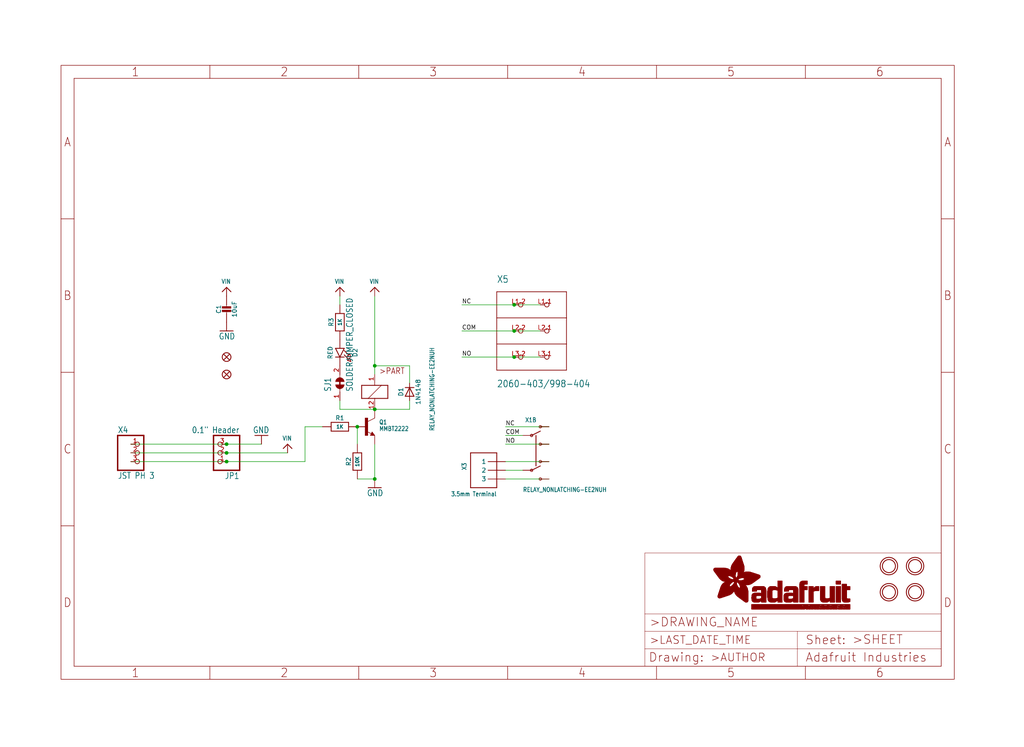
<source format=kicad_sch>
(kicad_sch (version 20211123) (generator eeschema)
  (paper "User" 298.45 217.881)
  (lib_symbols
    (symbol "schematicEagle-eagle-import:2060-403{slash}998-404"
      (property "Reference" "X" (at -10.16 13.97 0))
      (property "Value" "2060-403{slash}998-404" (at -10.16 -16.51 0))
      (symbol "2060-403{slash}998-404_1_0"
        (pin bidirectional inverted (at 2.54 7.62 0) (length 2.54) (name "P1.1") (number "L1.1"))
        (pin bidirectional inverted (at -5.08 7.62 0) (length 2.54) (name "P1.2") (number "L1.2"))
        (pin bidirectional inverted (at 2.54 0 0) (length 2.54) (name "P2.1") (number "L2.1"))
        (pin bidirectional inverted (at -5.08 0 0) (length 2.54) (name "P2.2") (number "L2.2"))
        (pin bidirectional inverted (at 2.54 -7.62 0) (length 2.54) (name "P3.1") (number "L3.1"))
        (pin bidirectional inverted (at -5.08 -7.62 0) (length 2.54) (name "P3.2") (number "L3.2"))
      )
    )
    (symbol "schematicEagle-eagle-import:CAP_CERAMIC0805-NOOUTLINE"
      (property "Reference" "C" (at -2.29 1.25 90))
      (property "Value" "CAP_CERAMIC0805-NOOUTLINE" (at 2.3 1.25 90))
      (symbol "CAP_CERAMIC0805-NOOUTLINE_1_0"
        (pin passive line (at 0 5.08 270) (length 2.54) (name "1") (number "1"))
        (pin passive line (at 0 -2.54 90) (length 2.54) (name "2") (number "2"))
      )
    )
    (symbol "schematicEagle-eagle-import:CON_JST_PH_3PIN"
      (property "Reference" "X" (at -6.35 5.715 0))
      (property "Value" "CON_JST_PH_3PIN" (at -6.35 -7.62 0))
      (symbol "CON_JST_PH_3PIN_1_0"
        (pin passive inverted (at -2.54 2.54 0) (length 2.54) (name "1") (number "1"))
        (pin passive inverted (at -2.54 0 0) (length 2.54) (name "2") (number "2"))
        (pin passive inverted (at -2.54 -2.54 0) (length 2.54) (name "3") (number "3"))
      )
    )
    (symbol "schematicEagle-eagle-import:DIODESOD-323"
      (property "Reference" "D" (at 0 2.54 0))
      (property "Value" "DIODESOD-323" (at 0 -2.5 0))
      (symbol "DIODESOD-323_1_0"
        (pin passive line (at -2.54 0 0) (length 2.54) (name "A") (number "A"))
        (pin passive line (at 2.54 0 180) (length 2.54) (name "C") (number "C"))
      )
    )
    (symbol "schematicEagle-eagle-import:FIDUCIAL_1MM")
    (symbol "schematicEagle-eagle-import:FRAME_A4_ADAFRUIT"
      (symbol "FRAME_A4_ADAFRUIT_0_0"
        (text "1" (at 21.6958 1.905 0) (effects (font (size 2.54 2.286))))
        (text "1" (at 21.6958 177.165 0) (effects (font (size 2.54 2.286))))
        (text "2" (at 65.0875 1.905 0) (effects (font (size 2.54 2.286))))
        (text "2" (at 65.0875 177.165 0) (effects (font (size 2.54 2.286))))
        (text "3" (at 108.4792 1.905 0) (effects (font (size 2.54 2.286))))
        (text "3" (at 108.4792 177.165 0) (effects (font (size 2.54 2.286))))
        (text "4" (at 151.8708 1.905 0) (effects (font (size 2.54 2.286))))
        (text "4" (at 151.8708 177.165 0) (effects (font (size 2.54 2.286))))
        (text "5" (at 195.2625 1.905 0) (effects (font (size 2.54 2.286))))
        (text "5" (at 195.2625 177.165 0) (effects (font (size 2.54 2.286))))
        (text "6" (at 238.6542 1.905 0) (effects (font (size 2.54 2.286))))
        (text "6" (at 238.6542 177.165 0) (effects (font (size 2.54 2.286))))
        (text "A" (at 1.905 156.6863 0) (effects (font (size 2.54 2.286))))
        (text "A" (at 258.445 156.6863 0) (effects (font (size 2.54 2.286))))
        (text "B" (at 1.905 111.9188 0) (effects (font (size 2.54 2.286))))
        (text "B" (at 258.445 111.9188 0) (effects (font (size 2.54 2.286))))
        (text "C" (at 1.905 67.1513 0) (effects (font (size 2.54 2.286))))
        (text "C" (at 258.445 67.1513 0) (effects (font (size 2.54 2.286))))
        (text "D" (at 1.905 22.3838 0) (effects (font (size 2.54 2.286))))
        (text "D" (at 258.445 22.3838 0) (effects (font (size 2.54 2.286))))
      )
      (symbol "FRAME_A4_ADAFRUIT_1_0"
        (text ">AUTHOR" (at 189.23 5.08 0) (effects (font (size 2.286 2.286)) (justify left bottom)))
        (text ">DRAWING_NAME" (at 171.45 15.24 0) (effects (font (size 2.54 2.54)) (justify left bottom)))
        (text ">LAST_DATE_TIME" (at 171.45 10.16 0) (effects (font (size 2.286 2.286)) (justify left bottom)))
        (text ">SHEET" (at 230.505 10.16 0) (effects (font (size 2.54 2.54)) (justify left bottom)))
        (text "Adafruit Industries" (at 216.916 4.953 0) (effects (font (size 2.54 2.54)) (justify left bottom)))
        (text "Drawing:" (at 171.196 4.953 0) (effects (font (size 2.54 2.54)) (justify left bottom)))
        (text "Sheet:" (at 216.916 10.033 0) (effects (font (size 2.54 2.54)) (justify left bottom)))
      )
    )
    (symbol "schematicEagle-eagle-import:GND" (power)
      (property "Value" "GND" (at -2.54 -2.54 0))
      (symbol "GND_1_0"
        (pin power_in line (at 0 2.54 270) (length 2.54) (name "GND") (number "1"))
      )
    )
    (symbol "schematicEagle-eagle-import:HEADER-1X3"
      (property "Reference" "JP" (at -6.35 5.715 0))
      (property "Value" "HEADER-1X3" (at -6.35 -7.62 0))
      (symbol "HEADER-1X3_1_0"
        (pin passive inverted (at -2.54 2.54 0) (length 2.54) (name "1") (number "1"))
        (pin passive inverted (at -2.54 0 0) (length 2.54) (name "2") (number "2"))
        (pin passive inverted (at -2.54 -2.54 0) (length 2.54) (name "3") (number "3"))
      )
    )
    (symbol "schematicEagle-eagle-import:LED0805_NOOUTLINE"
      (property "Reference" "D" (at -1.27 4.445 0))
      (property "Value" "LED0805_NOOUTLINE" (at -1.27 -2.794 0))
      (symbol "LED0805_NOOUTLINE_1_0"
        (pin passive line (at -5.08 0 0) (length 2.54) (name "A") (number "A"))
        (pin passive line (at 2.54 0 180) (length 2.54) (name "C") (number "C"))
      )
    )
    (symbol "schematicEagle-eagle-import:MOUNTINGHOLE2.5")
    (symbol "schematicEagle-eagle-import:RELAY_NONLATCHING-EE2NUH"
      (property "Reference" "X" (at -4.445 8.89 0))
      (property "Value" "RELAY_NONLATCHING-EE2NUH" (at -5.08 -11.43 0))
      (symbol "RELAY_NONLATCHING-EE2NUH_1_0"
        (text ">PART" (at 1.27 5.08 0) (effects (font (size 1.778 1.5113)) (justify left bottom)))
        (pin passive line (at 0 5.08 270) (length 2.54) (name "1") (number "1"))
        (pin passive line (at 0 -5.08 90) (length 2.54) (name "2") (number "12"))
      )
      (symbol "RELAY_NONLATCHING-EE2NUH_2_0"
        (pin passive line (at 2.54 7.62 180) (length 2.54) (name "O1") (number "10"))
        (pin passive line (at 2.54 -2.54 180) (length 2.54) (name "O2") (number "3"))
        (pin passive line (at -5.08 -5.08 0) (length 2.54) (name "P2") (number "4"))
        (pin passive line (at 2.54 -7.62 180) (length 2.54) (name "S2") (number "5"))
        (pin passive line (at 2.54 2.54 180) (length 2.54) (name "S1") (number "8"))
        (pin passive line (at -5.08 5.08 0) (length 2.54) (name "P1") (number "9"))
      )
    )
    (symbol "schematicEagle-eagle-import:RESISTOR_0603_NOOUT"
      (property "Reference" "R" (at 0 2.54 0))
      (property "Value" "RESISTOR_0603_NOOUT" (at 0 0 0))
      (symbol "RESISTOR_0603_NOOUT_1_0"
        (pin passive line (at -5.08 0 0) (length 2.54) (name "1") (number "1"))
        (pin passive line (at 5.08 0 180) (length 2.54) (name "2") (number "2"))
      )
    )
    (symbol "schematicEagle-eagle-import:SOLDERJUMPER_CLOSED"
      (property "Reference" "SJ" (at -2.54 2.54 0))
      (property "Value" "SOLDERJUMPER_CLOSED" (at -2.54 -3.81 0))
      (symbol "SOLDERJUMPER_CLOSED_1_0"
        (pin passive line (at -5.08 0 0) (length 2.54) (name "1") (number "1"))
        (pin passive line (at 5.08 0 180) (length 2.54) (name "2") (number "2"))
      )
    )
    (symbol "schematicEagle-eagle-import:TERMBLOCK_1X3"
      (property "Reference" "X" (at -2.54 7.62 0))
      (property "Value" "TERMBLOCK_1X3" (at -2.54 -7.62 0))
      (symbol "TERMBLOCK_1X3_1_0"
        (pin passive line (at -5.08 2.54 0) (length 5.08) (name "1") (number "1"))
        (pin passive line (at -5.08 0 0) (length 5.08) (name "2") (number "2"))
        (pin passive line (at -5.08 -2.54 0) (length 5.08) (name "3") (number "3"))
      )
    )
    (symbol "schematicEagle-eagle-import:TRANSISTOR_NPN"
      (property "Reference" "Q" (at 1.27 0.635 0))
      (property "Value" "TRANSISTOR_NPN" (at 1.27 -1.27 0))
      (symbol "TRANSISTOR_NPN_1_0"
        (pin passive line (at -5.08 0 0) (length 2.54) (name "B") (number "1"))
        (pin passive line (at 0 -5.08 90) (length 2.54) (name "E") (number "2"))
        (pin passive line (at 0 5.08 270) (length 2.54) (name "C") (number "3"))
      )
    )
    (symbol "schematicEagle-eagle-import:VIN" (power)
      (property "Value" "VIN" (at -1.524 1.016 0))
      (symbol "VIN_1_0"
        (pin power_in line (at 0 -2.54 90) (length 2.54) (name "VIN") (number "1"))
      )
    )
  )
  (junction (at 66.04 134.62))
  (junction (at 149.86 96.52))
  (junction (at 109.22 119.38))
  (junction (at 109.22 139.7))
  (junction (at 149.86 88.9))
  (junction (at 66.04 129.54))
  (junction (at 66.04 132.08))
  (junction (at 104.14 124.46))
  (junction (at 149.86 104.14))
  (junction (at 109.22 106.68))
  (wire (pts (xy 109.22 106.68) (xy 109.22 86.36)))
  (wire (pts (xy 109.22 119.38) (xy 119.38 119.38)))
  (wire (pts (xy 38.1 134.62) (xy 66.04 134.62)))
  (wire (pts (xy 134.62 96.52) (xy 149.86 96.52)))
  (wire (pts (xy 66.04 134.62) (xy 88.9 134.62)))
  (wire (pts (xy 88.9 124.46) (xy 93.98 124.46)))
  (wire (pts (xy 99.06 116.84) (xy 99.06 119.38)))
  (wire (pts (xy 99.06 86.36) (xy 99.06 88.9)))
  (wire (pts (xy 83.82 132.08) (xy 66.04 132.08)))
  (wire (pts (xy 157.48 104.14) (xy 149.86 104.14)))
  (wire (pts (xy 160.02 124.46) (xy 147.32 124.46)))
  (wire (pts (xy 149.86 104.14) (xy 134.62 104.14)))
  (wire (pts (xy 109.22 106.68) (xy 109.22 109.22)))
  (wire (pts (xy 88.9 134.62) (xy 88.9 124.46)))
  (wire (pts (xy 160.02 134.62) (xy 147.32 134.62)))
  (wire (pts (xy 38.1 129.54) (xy 66.04 129.54)))
  (wire (pts (xy 147.32 137.16) (xy 152.4 137.16)))
  (wire (pts (xy 119.38 119.38) (xy 119.38 116.84)))
  (wire (pts (xy 147.32 127) (xy 152.4 127)))
  (wire (pts (xy 104.14 139.7) (xy 109.22 139.7)))
  (wire (pts (xy 119.38 106.68) (xy 109.22 106.68)))
  (wire (pts (xy 109.22 139.7) (xy 109.22 129.54)))
  (wire (pts (xy 66.04 132.08) (xy 38.1 132.08)))
  (wire (pts (xy 99.06 119.38) (xy 109.22 119.38)))
  (wire (pts (xy 147.32 129.54) (xy 160.02 129.54)))
  (wire (pts (xy 160.02 139.7) (xy 147.32 139.7)))
  (wire (pts (xy 149.86 88.9) (xy 134.62 88.9)))
  (wire (pts (xy 104.14 129.54) (xy 104.14 124.46)))
  (wire (pts (xy 149.86 96.52) (xy 157.48 96.52)))
  (wire (pts (xy 76.2 129.54) (xy 66.04 129.54)))
  (wire (pts (xy 157.48 88.9) (xy 149.86 88.9)))
  (wire (pts (xy 119.38 111.76) (xy 119.38 106.68)))
  (label "COM" (at 147.32 127 0) (effects (font (size 1.2446 1.2446))))
  (label "NC" (at 134.62 88.9 0) (effects (font (size 1.2446 1.2446))))
  (label "NO" (at 134.62 104.14 0) (effects (font (size 1.2446 1.2446))))
  (label "NC" (at 147.32 124.46 0) (effects (font (size 1.2446 1.2446))))
  (label "NO" (at 147.32 129.54 0) (effects (font (size 1.2446 1.2446))))
  (label "COM" (at 134.62 96.52 0) (effects (font (size 1.2446 1.2446))))
  (symbol (lib_id "schematicEagle-eagle-import:SOLDERJUMPER_CLOSED") (at 99.06 111.76 90) (unit 1)
    (property "Reference" "SJ1" (at 96.52 114.3 0) (effects (font (size 1.778 1.5113)) (justify left bottom)))
    (property "Value" "SOLDERJUMPER_CLOSED" (at 102.87 114.3 0) (effects (font (size 1.778 1.5113)) (justify left bottom)))
    (property "Footprint" "schematicEagle:SOLDERJUMPER_CLOSEDWIRE" (effects hide))
  )
  (symbol (lib_id "schematicEagle-eagle-import:VIN") (at 99.06 83.82 0) (unit 1)
    (property "Reference" "#U$2" (effects hide))
    (property "Value" "VIN" (at 97.536 82.804 0) (effects (font (size 1.27 1.0795)) (justify left bottom)))
    (property "Footprint" "schematicEagle:" (effects hide))
  )
  (symbol (lib_id "schematicEagle-eagle-import:TRANSISTOR_NPN") (at 109.22 124.46 0) (unit 1)
    (property "Reference" "Q1" (at 110.49 123.825 0) (effects (font (size 1.27 1.0795)) (justify left bottom)))
    (property "Value" "MMBT2222" (at 110.49 125.73 0) (effects (font (size 1.27 1.0795)) (justify left bottom)))
    (property "Footprint" "schematicEagle:SOT23-R" (effects hide))
  )
  (symbol (lib_id "schematicEagle-eagle-import:HEADER-1X3") (at 63.5 132.08 180) (unit 1)
    (property "Reference" "JP1" (at 69.85 137.795 0) (effects (font (size 1.778 1.5113)) (justify left bottom)))
    (property "Value" "0.1\" Header" (at 69.85 124.46 0) (effects (font (size 1.778 1.5113)) (justify left bottom)))
    (property "Footprint" "schematicEagle:1X03_OVAL" (effects hide))
  )
  (symbol (lib_id "schematicEagle-eagle-import:VIN") (at 66.04 83.82 0) (unit 1)
    (property "Reference" "#U$11" (effects hide))
    (property "Value" "VIN" (at 64.516 82.804 0) (effects (font (size 1.27 1.0795)) (justify left bottom)))
    (property "Footprint" "schematicEagle:" (effects hide))
  )
  (symbol (lib_id "schematicEagle-eagle-import:DIODESOD-323") (at 119.38 114.3 90) (unit 1)
    (property "Reference" "D1" (at 116.84 114.3 0))
    (property "Value" "1N4148" (at 121.88 114.3 0))
    (property "Footprint" "schematicEagle:SOD-323" (effects hide))
  )
  (symbol (lib_id "schematicEagle-eagle-import:MOUNTINGHOLE2.5") (at 266.7 165.1 0) (unit 1)
    (property "Reference" "U$10" (effects hide))
    (property "Value" "MOUNTINGHOLE2.5" (effects hide))
    (property "Footprint" "schematicEagle:MOUNTINGHOLE_2.5_PLATED" (effects hide))
  )
  (symbol (lib_id "schematicEagle-eagle-import:RESISTOR_0603_NOOUT") (at 99.06 124.46 0) (unit 1)
    (property "Reference" "R1" (at 99.06 121.92 0))
    (property "Value" "1K" (at 99.06 124.46 0) (effects (font (size 1.016 1.016) bold)))
    (property "Footprint" "schematicEagle:0603-NO" (effects hide))
  )
  (symbol (lib_id "schematicEagle-eagle-import:GND") (at 66.04 96.52 0) (mirror y) (unit 1)
    (property "Reference" "#GND2" (effects hide))
    (property "Value" "GND" (at 68.58 99.06 0) (effects (font (size 1.778 1.5113)) (justify left bottom)))
    (property "Footprint" "schematicEagle:" (effects hide))
  )
  (symbol (lib_id "schematicEagle-eagle-import:FRAME_A4_ADAFRUIT") (at 17.78 198.12 0) (unit 1)
    (property "Reference" "#U$4" (effects hide))
    (property "Value" "FRAME_A4_ADAFRUIT" (effects hide))
    (property "Footprint" "schematicEagle:" (effects hide))
  )
  (symbol (lib_id "schematicEagle-eagle-import:CON_JST_PH_3PIN") (at 40.64 132.08 0) (unit 1)
    (property "Reference" "X4" (at 34.29 126.365 0) (effects (font (size 1.778 1.5113)) (justify left bottom)))
    (property "Value" "JST PH 3" (at 34.29 139.7 0) (effects (font (size 1.778 1.5113)) (justify left bottom)))
    (property "Footprint" "schematicEagle:JSTPH3" (effects hide))
  )
  (symbol (lib_id "schematicEagle-eagle-import:RESISTOR_0603_NOOUT") (at 104.14 134.62 90) (unit 1)
    (property "Reference" "R2" (at 101.6 134.62 0))
    (property "Value" "10K" (at 104.14 134.62 0) (effects (font (size 1.016 1.016) bold)))
    (property "Footprint" "schematicEagle:0603-NO" (effects hide))
  )
  (symbol (lib_id "schematicEagle-eagle-import:TERMBLOCK_1X3") (at 142.24 137.16 0) (mirror y) (unit 1)
    (property "Reference" "X3" (at 134.62 137.16 90) (effects (font (size 1.27 1.0795)) (justify left bottom)))
    (property "Value" "3.5mm Terminal" (at 144.78 144.78 0) (effects (font (size 1.27 1.0795)) (justify left bottom)))
    (property "Footprint" "schematicEagle:TERMBLOCK_1X3-3.5MM" (effects hide))
  )
  (symbol (lib_id "schematicEagle-eagle-import:RESISTOR_0603_NOOUT") (at 99.06 93.98 90) (unit 1)
    (property "Reference" "R3" (at 96.52 93.98 0))
    (property "Value" "1K" (at 99.06 93.98 0) (effects (font (size 1.016 1.016) bold)))
    (property "Footprint" "schematicEagle:0603-NO" (effects hide))
  )
  (symbol (lib_id "schematicEagle-eagle-import:VIN") (at 109.22 83.82 0) (unit 1)
    (property "Reference" "#U$3" (effects hide))
    (property "Value" "VIN" (at 107.696 82.804 0) (effects (font (size 1.27 1.0795)) (justify left bottom)))
    (property "Footprint" "schematicEagle:" (effects hide))
  )
  (symbol (lib_id "schematicEagle-eagle-import:MOUNTINGHOLE2.5") (at 266.7 172.72 0) (unit 1)
    (property "Reference" "U$1" (effects hide))
    (property "Value" "MOUNTINGHOLE2.5" (effects hide))
    (property "Footprint" "schematicEagle:MOUNTINGHOLE_2.5_PLATED" (effects hide))
  )
  (symbol (lib_id "schematicEagle-eagle-import:MOUNTINGHOLE2.5") (at 259.08 172.72 0) (unit 1)
    (property "Reference" "U$9" (effects hide))
    (property "Value" "MOUNTINGHOLE2.5" (effects hide))
    (property "Footprint" "schematicEagle:MOUNTINGHOLE_2.5_PLATED" (effects hide))
  )
  (symbol (lib_id "schematicEagle-eagle-import:FIDUCIAL_1MM") (at 66.04 109.22 0) (unit 1)
    (property "Reference" "FID2" (effects hide))
    (property "Value" "FIDUCIAL_1MM" (effects hide))
    (property "Footprint" "schematicEagle:FIDUCIAL_1MM" (effects hide))
  )
  (symbol (lib_id "schematicEagle-eagle-import:MOUNTINGHOLE2.5") (at 259.08 165.1 0) (unit 1)
    (property "Reference" "U$8" (effects hide))
    (property "Value" "MOUNTINGHOLE2.5" (effects hide))
    (property "Footprint" "schematicEagle:MOUNTINGHOLE_2.5_PLATED" (effects hide))
  )
  (symbol (lib_id "schematicEagle-eagle-import:GND") (at 76.2 127 0) (mirror x) (unit 1)
    (property "Reference" "#GND3" (effects hide))
    (property "Value" "GND" (at 73.66 124.46 0) (effects (font (size 1.778 1.5113)) (justify left bottom)))
    (property "Footprint" "schematicEagle:" (effects hide))
  )
  (symbol (lib_id "schematicEagle-eagle-import:GND") (at 109.22 142.24 0) (mirror y) (unit 1)
    (property "Reference" "#GND1" (effects hide))
    (property "Value" "GND" (at 111.76 144.78 0) (effects (font (size 1.778 1.5113)) (justify left bottom)))
    (property "Footprint" "schematicEagle:" (effects hide))
  )
  (symbol (lib_id "schematicEagle-eagle-import:LED0805_NOOUTLINE") (at 99.06 104.14 270) (unit 1)
    (property "Reference" "D2" (at 103.505 102.87 0))
    (property "Value" "RED" (at 96.266 102.87 0))
    (property "Footprint" "schematicEagle:CHIPLED_0805_NOOUTLINE" (effects hide))
  )
  (symbol (lib_id "schematicEagle-eagle-import:RELAY_NONLATCHING-EE2NUH") (at 157.48 132.08 0) (unit 2)
    (property "Reference" "X1" (at 153.035 123.19 0) (effects (font (size 1.27 1.0795)) (justify left bottom)))
    (property "Value" "RELAY_NONLATCHING-EE2NUH" (at 152.4 143.51 0) (effects (font (size 1.27 1.0795)) (justify left bottom)))
    (property "Footprint" "schematicEagle:RELAY_EE2_NOLATCH" (effects hide))
  )
  (symbol (lib_id "schematicEagle-eagle-import:2060-403{slash}998-404") (at 154.94 96.52 0) (unit 1)
    (property "Reference" "X5" (at 144.78 82.55 0) (effects (font (size 2 1.7)) (justify left bottom)))
    (property "Value" "2060-403{slash}998-404" (at 144.78 113.03 0) (effects (font (size 2 1.7)) (justify left bottom)))
    (property "Footprint" "schematicEagle:P-2060-403_998-404" (effects hide))
  )
  (symbol (lib_id "schematicEagle-eagle-import:CAP_CERAMIC0805-NOOUTLINE") (at 66.04 91.44 0) (unit 1)
    (property "Reference" "C1" (at 63.75 90.19 90))
    (property "Value" "10uF" (at 68.34 90.19 90))
    (property "Footprint" "schematicEagle:0805-NO" (effects hide))
  )
  (symbol (lib_id "schematicEagle-eagle-import:VIN") (at 83.82 129.54 0) (unit 1)
    (property "Reference" "#U$6" (effects hide))
    (property "Value" "VIN" (at 82.296 128.524 0) (effects (font (size 1.27 1.0795)) (justify left bottom)))
    (property "Footprint" "schematicEagle:" (effects hide))
  )
  (symbol (lib_id "schematicEagle-eagle-import:RELAY_NONLATCHING-EE2NUH") (at 109.22 114.3 0) (unit 1)
    (property "Reference" "X1" (effects hide))
    (property "Value" "RELAY_NONLATCHING-EE2NUH" (at 126.619 125.73 90) (effects (font (size 1.27 1.0795)) (justify left bottom)))
    (property "Footprint" "schematicEagle:RELAY_EE2_NOLATCH" (effects hide))
  )
  (symbol (lib_id "schematicEagle-eagle-import:FIDUCIAL_1MM") (at 66.04 104.14 0) (unit 1)
    (property "Reference" "FID3" (effects hide))
    (property "Value" "FIDUCIAL_1MM" (effects hide))
    (property "Footprint" "schematicEagle:FIDUCIAL_1MM" (effects hide))
  )
)
</source>
